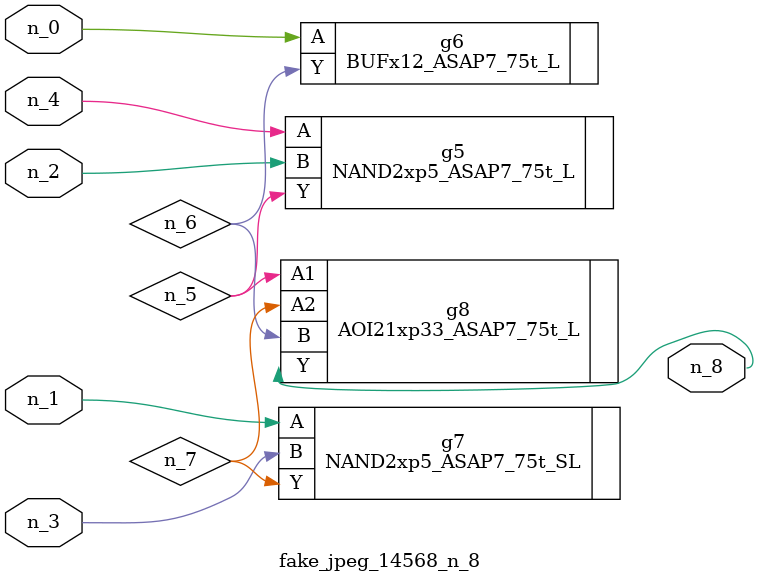
<source format=v>
module fake_jpeg_14568_n_8 (n_3, n_2, n_1, n_0, n_4, n_8);

input n_3;
input n_2;
input n_1;
input n_0;
input n_4;

output n_8;

wire n_6;
wire n_5;
wire n_7;

NAND2xp5_ASAP7_75t_L g5 ( 
.A(n_4),
.B(n_2),
.Y(n_5)
);

BUFx12_ASAP7_75t_L g6 ( 
.A(n_0),
.Y(n_6)
);

NAND2xp5_ASAP7_75t_SL g7 ( 
.A(n_1),
.B(n_3),
.Y(n_7)
);

AOI21xp33_ASAP7_75t_L g8 ( 
.A1(n_5),
.A2(n_7),
.B(n_6),
.Y(n_8)
);


endmodule
</source>
